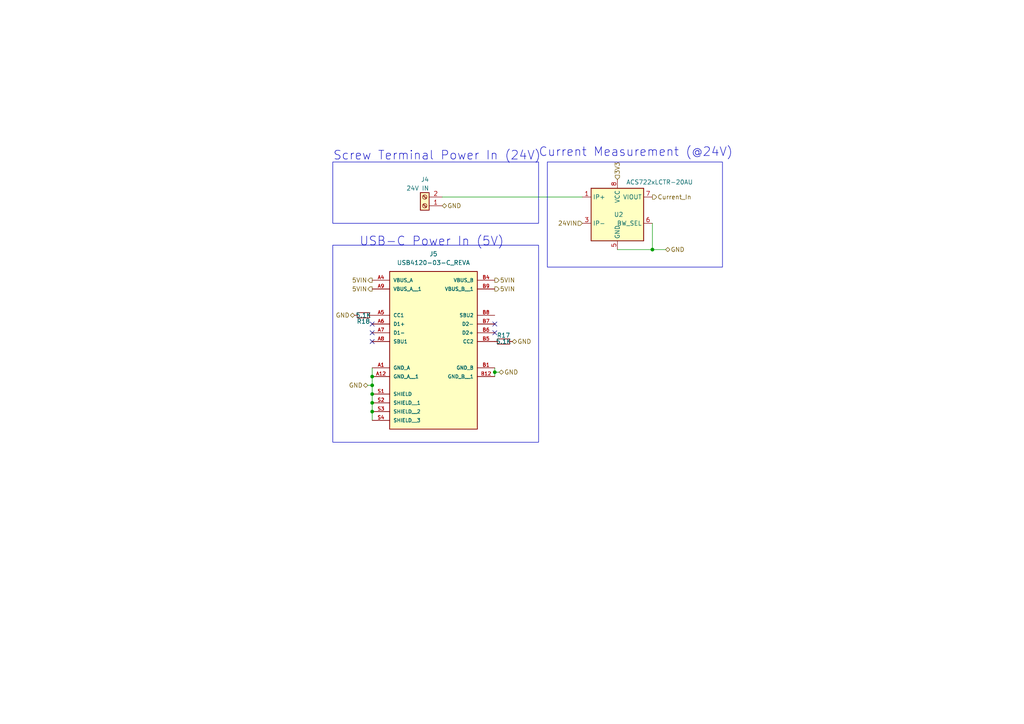
<source format=kicad_sch>
(kicad_sch (version 20231120) (generator "eeschema") (generator_version "8.0")
  (paper "A4")
  (lib_symbols
    (symbol "AusOcean:USB4120-03-C_REVA" (pin_names (offset 1.016))
      (property "Reference" "J" (at -12.7 16.002 0))
      (property "Value" "USB4120-03-C_REVA" (at -12.7 -31.242 0))
      (symbol "USB4120-03-C_REVA_0_0"
        (rectangle (start -12.7 -30.48) (end 12.7 15.24) (stroke (width 0.254)) (fill (type background)))
        (pin power_in line (at -17.78 -12.7 0) (length 5.08) (name "GND_A") (number "A1"))
        (pin power_in line (at -17.78 -15.24 0) (length 5.08) (name "GND_A__1") (number "A12"))
        (pin power_in line (at -17.78 12.7 0) (length 5.08) (name "VBUS_A") (number "A4"))
        (pin bidirectional line (at -17.78 2.54 0) (length 5.08) (name "CC1") (number "A5"))
        (pin bidirectional line (at -17.78 0 0) (length 5.08) (name "D1+") (number "A6"))
        (pin bidirectional line (at -17.78 -2.54 0) (length 5.08) (name "D1-") (number "A7"))
        (pin bidirectional line (at -17.78 -5.08 0) (length 5.08) (name "SBU1") (number "A8"))
        (pin power_in line (at -17.78 10.16 0) (length 5.08) (name "VBUS_A__1") (number "A9"))
        (pin power_in line (at 17.78 -12.7 180) (length 5.08) (name "GND_B") (number "B1"))
        (pin power_in line (at 17.78 -15.24 180) (length 5.08) (name "GND_B__1") (number "B12"))
        (pin power_in line (at 17.78 12.7 180) (length 5.08) (name "VBUS_B") (number "B4"))
        (pin bidirectional line (at 17.78 -5.08 180) (length 5.08) (name "CC2") (number "B5"))
        (pin bidirectional line (at 17.78 -2.54 180) (length 5.08) (name "D2+") (number "B6"))
        (pin bidirectional line (at 17.78 0 180) (length 5.08) (name "D2-") (number "B7"))
        (pin bidirectional line (at 17.78 2.54 180) (length 5.08) (name "SBU2") (number "B8"))
        (pin power_in line (at 17.78 10.16 180) (length 5.08) (name "VBUS_B__1") (number "B9"))
        (pin passive line (at -17.78 -20.32 0) (length 5.08) (name "SHIELD") (number "S1"))
        (pin passive line (at -17.78 -22.86 0) (length 5.08) (name "SHIELD__1") (number "S2"))
        (pin passive line (at -17.78 -25.4 0) (length 5.08) (name "SHIELD__2") (number "S3"))
        (pin passive line (at -17.78 -27.94 0) (length 5.08) (name "SHIELD__3") (number "S4"))
      )
    )
    (symbol "Connector:Screw_Terminal_01x02" (pin_names (offset 1.016) hide)
      (property "Reference" "J" (at 0 2.54 0))
      (property "Value" "Screw_Terminal_01x02" (at 0 -5.08 0))
      (symbol "Screw_Terminal_01x02_1_1"
        (rectangle (start -1.27 1.27) (end 1.27 -3.81) (stroke (width 0.254)) (fill (type background)))
        (circle (center 0 -2.54) (radius 0.635) (stroke (width 0.1524)))
        (polyline (pts (xy -0.5334 -2.2098) (xy 0.3302 -3.048)) (stroke (width 0.1524)))
        (polyline (pts (xy -0.5334 0.3302) (xy 0.3302 -0.508)) (stroke (width 0.1524)))
        (polyline (pts (xy -0.3556 -2.032) (xy 0.508 -2.8702)) (stroke (width 0.1524)))
        (polyline (pts (xy -0.3556 0.508) (xy 0.508 -0.3302)) (stroke (width 0.1524)))
        (circle (center 0 0) (radius 0.635) (stroke (width 0.1524)))
        (pin passive line (at -5.08 0 0) (length 3.81) (name "Pin_1") (number "1"))
        (pin passive line (at -5.08 -2.54 0) (length 3.81) (name "Pin_2") (number "2"))
      )
    )
    (symbol "Device:R_Small" (pin_numbers hide) (pin_names (offset 0.254) hide)
      (property "Reference" "R" (at 0.762 0.508 0))
      (property "Value" "R_Small" (at 0.762 -1.016 0))
      (symbol "R_Small_0_1"
        (rectangle (start -0.762 1.778) (end 0.762 -1.778) (stroke (width 0.2032)))
      )
      (symbol "R_Small_1_1"
        (pin passive line (at 0 2.54 270) (length 0.762) (name "~") (number "1"))
        (pin passive line (at 0 -2.54 90) (length 0.762) (name "~") (number "2"))
      )
    )
    (symbol "Sensor_Current:ACS722xLCTR-20AU"
      (property "Reference" "U" (at 2.54 11.43 0))
      (property "Value" "ACS722xLCTR-20AU" (at 2.54 8.89 0))
      (symbol "ACS722xLCTR-20AU_0_1"
        (rectangle (start -7.62 7.62) (end 7.62 -7.62) (stroke (width 0.254)) (fill (type background)))
      )
      (symbol "ACS722xLCTR-20AU_1_1"
        (pin passive line (at -10.16 5.08 0) (length 2.54) (name "IP+") (number "1"))
        (pin passive line (at -10.16 5.08 0) (length 2.54) hide (name "IP+") (number "2"))
        (pin passive line (at -10.16 -2.54 0) (length 2.54) (name "IP-") (number "3"))
        (pin passive line (at -10.16 -2.54 0) (length 2.54) hide (name "IP-") (number "4"))
        (pin power_in line (at 0 -10.16 90) (length 2.54) (name "GND") (number "5"))
        (pin input line (at 10.16 -2.54 180) (length 2.54) (name "BW_SEL") (number "6"))
        (pin output line (at 10.16 5.08 180) (length 2.54) (name "VIOUT") (number "7"))
        (pin power_in line (at 0 10.16 270) (length 2.54) (name "VCC") (number "8"))
      )
    )
  )
  (junction (at 143.51 107.95))
  (junction (at 107.95 119.38))
  (junction (at 107.95 111.76))
  (junction (at 107.95 114.3))
  (junction (at 107.95 116.84))
  (junction (at 107.95 109.22))
  (junction (at 189.23 72.39))
  (no_connect (at 107.95 96.52))
  (no_connect (at 107.95 93.98))
  (no_connect (at 107.95 99.06))
  (no_connect (at 143.51 96.52))
  (no_connect (at 143.51 93.98))
  (wire (pts (xy 144.78 107.95) (xy 143.51 107.95)))
  (wire (pts (xy 107.95 119.38) (xy 107.95 116.84)))
  (wire (pts (xy 107.95 116.84) (xy 107.95 114.3)))
  (wire (pts (xy 189.23 64.77) (xy 189.23 72.39)))
  (wire (pts (xy 143.51 107.95) (xy 143.51 109.22)))
  (wire (pts (xy 107.95 121.92) (xy 107.95 119.38)))
  (wire (pts (xy 107.95 106.68) (xy 107.95 109.22)))
  (wire (pts (xy 179.07 72.39) (xy 189.23 72.39)))
  (wire (pts (xy 106.68 111.76) (xy 107.95 111.76)))
  (wire (pts (xy 189.23 72.39) (xy 193.04 72.39)))
  (wire (pts (xy 128.27 57.15) (xy 168.91 57.15)))
  (wire (pts (xy 107.95 111.76) (xy 107.95 114.3)))
  (wire (pts (xy 143.51 107.95) (xy 143.51 106.68)))
  (wire (pts (xy 107.95 109.22) (xy 107.95 111.76)))
  (rectangle (start 96.52 46.99) (end 156.21 64.77))
  (rectangle (start 96.52 71.12) (end 156.21 128.27))
  (rectangle (start 158.75 46.99) (end 209.55 77.47))
  (text "Current Measurement (@24V)" (at 184.404 44.196 0) (effects (font (size 2.54 2.54))))
  (text "Screw Terminal Power In (24V)" (at 126.746 45.212 0) (effects (font (size 2.54 2.54))))
  (text "USB-C Power In (5V)" (at 125.222 70.104 0) (effects (font (size 2.54 2.54))))
  (hierarchical_label "Current_In" (shape output) (at 189.23 57.15 0))
  (hierarchical_label "3V3" (shape input) (at 179.07 52.07 90))
  (hierarchical_label "24VIN" (shape input) (at 168.91 64.77 180))
  (hierarchical_label "5VIN" (shape output) (at 143.51 83.82 0))
  (hierarchical_label "GND" (shape bidirectional) (at 148.59 99.06 0))
  (hierarchical_label "GND" (shape bidirectional) (at 144.78 107.95 0))
  (hierarchical_label "GND" (shape bidirectional) (at 193.04 72.39 0))
  (hierarchical_label "GND" (shape bidirectional) (at 102.87 91.44 180))
  (hierarchical_label "5VIN" (shape output) (at 143.51 81.28 0))
  (hierarchical_label "5VIN" (shape output) (at 107.95 81.28 180))
  (hierarchical_label "GND" (shape bidirectional) (at 128.27 59.69 0))
  (hierarchical_label "GND" (shape bidirectional) (at 106.68 111.76 180))
  (hierarchical_label "5VIN" (shape output) (at 107.95 83.82 180))
  (symbol (lib_id "Device:R_Small") (at 146.05 99.06 90) (unit 1)
    (property "Reference" "R17" (at 146.05 97.282 90))
    (property "Value" "5.1K" (at 146.05 99.06 90))
    (property "Footprint" "Resistor_SMD:R_0201_0603Metric" (effects (hide yes)))
    (property "Description" "Resistor, small symbol" (effects (hide yes)))
  )
  (symbol (lib_id "Connector:Screw_Terminal_01x02") (at 123.19 59.69 180) (unit 1)
    (property "Reference" "J4" (at 124.46 52.07 0) (effects (justify left)))
    (property "Value" "24V IN" (at 124.46 54.61 0) (effects (justify left)))
    (property "Footprint" "AusOcean:CUI_Screw_terminal_1x2" (effects (hide yes)))
  )
  (symbol (lib_id "AusOcean:USB4120-03-C_REVA") (at 125.73 93.98 0) (unit 1)
    (property "Reference" "J5" (at 125.73 73.66 0))
    (property "Value" "USB4120-03-C_REVA" (at 125.73 76.2 0))
    (property "Footprint" "AusOcean:GCT_USB4120-03-C_REVA" (effects (hide yes)))
    (property "PARTREV" "A" (effects (hide yes)))
    (property "MANUFACTURER" "GCT" (effects (hide yes)))
    (property "MAXIMUM_PACKAGE_HEIGHT" "6.5mm" (effects (hide yes)))
    (property "STANDARD" "Manufacturer Recommendations" (effects (hide yes)))
  )
  (symbol (lib_id "Device:R_Small") (at 105.41 91.44 270) (unit 1)
    (property "Reference" "R18" (at 105.41 93.218 90))
    (property "Value" "5.1K" (at 105.41 91.44 90))
    (property "Footprint" "Resistor_SMD:R_0201_0603Metric" (effects (hide yes)))
    (property "Description" "Resistor, small symbol" (effects (hide yes)))
  )
  (symbol (lib_id "Sensor_Current:ACS722xLCTR-20AU") (at 179.07 62.23 0) (unit 1)
    (property "Reference" "U2" (at 178.054 62.23 0) (effects (justify left)))
    (property "Value" "ACS722xLCTR-20AU" (at 181.61 52.832 0) (effects (justify left)))
    (property "Footprint" "Package_SO:SOIC-8_3.9x4.9mm_P1.27mm" (effects (hide yes)))
    (property "Datasheet" "http://www.allegromicro.com/~/media/Files/Datasheets/ACS722-Datasheet.ashx?la=en" (effects (hide yes)))
  )
)
</source>
